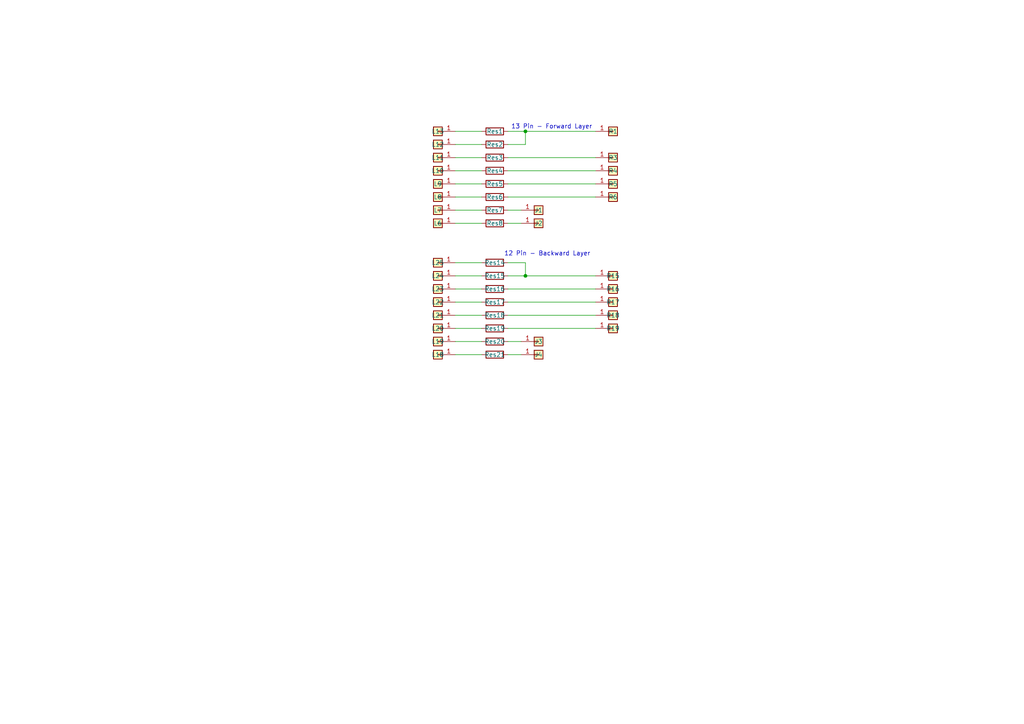
<source format=kicad_sch>
(kicad_sch (version 20250114) (generator "eeschema") (generator_version "9.0")
  (paper "A4")
  (lib_symbols
    (symbol "Connector_Generic:Conn_01x01" (pin_names (offset 1.016) (hide yes))
      (property "Reference" "J" (at 0 2.54 0))
      (property "Value" "Conn_01x01" (at 0 -2.54 0))
      (symbol "Conn_01x01_1_1"
        (rectangle (start -1.27 1.27) (end 1.27 -1.27) (stroke (width 0.254)) (fill (type background)))
        (rectangle (start -1.27 0.127) (end 0 -0.127) (stroke (width 0.1524)))
        (pin passive line (at -5.08 0 0) (length 3.81) (name "Pin_1") (number "1"))
      )
    )
    (symbol "Device:R" (pin_numbers (hide yes)) (pin_names (offset 0))
      (property "Reference" "R" (at 2.032 0 90))
      (property "Value" "R" (at 0 0 90))
      (symbol "R_0_1"
        (rectangle (start -1.016 -2.54) (end 1.016 2.54) (stroke (width 0.254)))
      )
      (symbol "R_1_1"
        (pin passive line (at 0 3.81 270) (length 1.27) (name "~") (number "1"))
        (pin passive line (at 0 -3.81 90) (length 1.27) (name "~") (number "2"))
      )
    )
  )
  (text "12 Pin - Backward Layer" (at 158.75 73.66 0) (effects (font (size 1.27 1.27))))
  (text "13 Pin - Forward Layer" (at 160.02 36.83 0) (effects (font (size 1.27 1.27))))
  (junction (at 152.4 80.01))
  (junction (at 152.4 38.1))
  (wire (pts (xy 147.32 87.63) (xy 172.72 87.63)))
  (wire (pts (xy 152.4 80.01) (xy 152.4 76.2)))
  (wire (pts (xy 132.08 41.91) (xy 139.7 41.91)))
  (wire (pts (xy 132.08 91.44) (xy 139.7 91.44)))
  (wire (pts (xy 152.4 80.01) (xy 172.72 80.01)))
  (wire (pts (xy 147.32 99.06) (xy 151.13 99.06)))
  (wire (pts (xy 132.08 95.25) (xy 139.7 95.25)))
  (wire (pts (xy 147.32 41.91) (xy 152.4 41.91)))
  (wire (pts (xy 132.08 57.15) (xy 139.7 57.15)))
  (wire (pts (xy 147.32 64.77) (xy 151.13 64.77)))
  (wire (pts (xy 132.08 64.77) (xy 139.7 64.77)))
  (wire (pts (xy 132.08 45.72) (xy 139.7 45.72)))
  (wire (pts (xy 147.32 80.01) (xy 152.4 80.01)))
  (wire (pts (xy 132.08 38.1) (xy 139.7 38.1)))
  (wire (pts (xy 147.32 60.96) (xy 151.13 60.96)))
  (wire (pts (xy 147.32 95.25) (xy 172.72 95.25)))
  (wire (pts (xy 132.08 49.53) (xy 139.7 49.53)))
  (wire (pts (xy 147.32 102.87) (xy 151.13 102.87)))
  (wire (pts (xy 132.08 83.82) (xy 139.7 83.82)))
  (wire (pts (xy 132.08 99.06) (xy 139.7 99.06)))
  (wire (pts (xy 132.08 80.01) (xy 139.7 80.01)))
  (wire (pts (xy 132.08 102.87) (xy 139.7 102.87)))
  (wire (pts (xy 147.32 76.2) (xy 152.4 76.2)))
  (wire (pts (xy 132.08 53.34) (xy 139.7 53.34)))
  (wire (pts (xy 147.32 49.53) (xy 172.72 49.53)))
  (wire (pts (xy 147.32 83.82) (xy 172.72 83.82)))
  (wire (pts (xy 152.4 38.1) (xy 172.72 38.1)))
  (wire (pts (xy 147.32 53.34) (xy 172.72 53.34)))
  (wire (pts (xy 147.32 91.44) (xy 172.72 91.44)))
  (wire (pts (xy 147.32 45.72) (xy 172.72 45.72)))
  (wire (pts (xy 152.4 41.91) (xy 152.4 38.1)))
  (wire (pts (xy 132.08 60.96) (xy 139.7 60.96)))
  (wire (pts (xy 132.08 87.63) (xy 139.7 87.63)))
  (wire (pts (xy 147.32 57.15) (xy 172.72 57.15)))
  (wire (pts (xy 132.08 76.2) (xy 139.7 76.2)))
  (wire (pts (xy 147.32 38.1) (xy 152.4 38.1)))
  (symbol (lib_id "Connector_Generic:Conn_01x01") (at 156.21 102.87 0) (mirror x) (unit 1)
    (property "Reference" "J4" (at 156.21 102.87 0))
    (property "Value" "Conn_01x01" (effects (hide yes)))
    (property "Footprint" "0_gleblab-general:40mils-TH-wire" (effects (hide yes)))
    (property "Description" "Generic connector, single row, 01x01, script generated (kicad-library-utils/schlib/autogen/connector/)" (effects (hide yes)))
  )
  (symbol (lib_id "Connector_Generic:Conn_01x01") (at 127 53.34 180) (unit 1)
    (property "Reference" "L9" (at 127 53.34 0))
    (property "Value" "Conn_01x01" (effects (hide yes)))
    (property "Footprint" "0_gleblab-general:40mils-TH-wire" (effects (hide yes)))
    (property "Description" "Generic connector, single row, 01x01, script generated (kicad-library-utils/schlib/autogen/connector/)" (effects (hide yes)))
  )
  (symbol (lib_id "Device:R") (at 143.51 57.15 270) (unit 1)
    (property "Reference" "Res6" (at 143.51 57.15 90))
    (property "Footprint" "Resistor_SMD:R_0805_2012Metric_Pad1.20x1.40mm_HandSolder" (effects (hide yes)))
    (property "Description" "Resistor" (effects (hide yes)))
  )
  (symbol (lib_id "Connector_Generic:Conn_01x01") (at 177.8 45.72 0) (unit 1)
    (property "Reference" "R3" (at 177.8 45.72 0))
    (property "Value" "Conn_01x01" (effects (hide yes)))
    (property "Footprint" "0_gleblab-general:40mils-TH-wire" (effects (hide yes)))
    (property "Description" "Generic connector, single row, 01x01, script generated (kicad-library-utils/schlib/autogen/connector/)" (effects (hide yes)))
  )
  (symbol (lib_id "Connector_Generic:Conn_01x01") (at 177.8 38.1 0) (unit 1)
    (property "Reference" "R1" (at 177.8 38.1 0))
    (property "Value" "Conn_01x01" (effects (hide yes)))
    (property "Footprint" "0_gleblab-general:40mils-TH-wire" (effects (hide yes)))
    (property "Description" "Generic connector, single row, 01x01, script generated (kicad-library-utils/schlib/autogen/connector/)" (effects (hide yes)))
  )
  (symbol (lib_id "Connector_Generic:Conn_01x01") (at 127 95.25 180) (unit 1)
    (property "Reference" "L20" (at 127 95.25 0))
    (property "Value" "Conn_01x01" (effects (hide yes)))
    (property "Footprint" "0_gleblab-general:40mils-TH-wire" (effects (hide yes)))
    (property "Description" "Generic connector, single row, 01x01, script generated (kicad-library-utils/schlib/autogen/connector/)" (effects (hide yes)))
  )
  (symbol (lib_id "Connector_Generic:Conn_01x01") (at 177.8 95.25 0) (mirror x) (unit 1)
    (property "Reference" "R19" (at 177.8 95.25 0))
    (property "Value" "Conn_01x01" (effects (hide yes)))
    (property "Footprint" "0_gleblab-general:40mils-TH-wire" (effects (hide yes)))
    (property "Description" "Generic connector, single row, 01x01, script generated (kicad-library-utils/schlib/autogen/connector/)" (effects (hide yes)))
  )
  (symbol (lib_id "Connector_Generic:Conn_01x01") (at 127 83.82 180) (unit 1)
    (property "Reference" "L23" (at 127 83.82 0))
    (property "Value" "Conn_01x01" (effects (hide yes)))
    (property "Footprint" "0_gleblab-general:40mils-TH-wire" (effects (hide yes)))
    (property "Description" "Generic connector, single row, 01x01, script generated (kicad-library-utils/schlib/autogen/connector/)" (effects (hide yes)))
  )
  (symbol (lib_id "Connector_Generic:Conn_01x01") (at 156.21 60.96 0) (mirror x) (unit 1)
    (property "Reference" "J1" (at 156.21 60.96 0))
    (property "Value" "Conn_01x01" (effects (hide yes)))
    (property "Footprint" "0_gleblab-general:40mils-TH-wire" (effects (hide yes)))
    (property "Description" "Generic connector, single row, 01x01, script generated (kicad-library-utils/schlib/autogen/connector/)" (effects (hide yes)))
  )
  (symbol (lib_id "Device:R") (at 143.51 83.82 270) (unit 1)
    (property "Reference" "Res16" (at 143.51 83.82 90))
    (property "Footprint" "Resistor_SMD:R_0805_2012Metric_Pad1.20x1.40mm_HandSolder" (effects (hide yes)))
    (property "Description" "Resistor" (effects (hide yes)))
  )
  (symbol (lib_id "Connector_Generic:Conn_01x01") (at 127 87.63 180) (unit 1)
    (property "Reference" "L22" (at 127 87.63 0))
    (property "Value" "Conn_01x01" (effects (hide yes)))
    (property "Footprint" "0_gleblab-general:40mils-TH-wire" (effects (hide yes)))
    (property "Description" "Generic connector, single row, 01x01, script generated (kicad-library-utils/schlib/autogen/connector/)" (effects (hide yes)))
  )
  (symbol (lib_id "Connector_Generic:Conn_01x01") (at 177.8 87.63 0) (mirror x) (unit 1)
    (property "Reference" "R17" (at 177.8 87.63 0))
    (property "Value" "Conn_01x01" (effects (hide yes)))
    (property "Footprint" "0_gleblab-general:40mils-TH-wire" (effects (hide yes)))
    (property "Description" "Generic connector, single row, 01x01, script generated (kicad-library-utils/schlib/autogen/connector/)" (effects (hide yes)))
  )
  (symbol (lib_id "Device:R") (at 143.51 53.34 270) (unit 1)
    (property "Reference" "Res5" (at 143.51 53.34 90))
    (property "Footprint" "Resistor_SMD:R_0805_2012Metric_Pad1.20x1.40mm_HandSolder" (effects (hide yes)))
    (property "Description" "Resistor" (effects (hide yes)))
  )
  (symbol (lib_id "Device:R") (at 143.51 64.77 270) (unit 1)
    (property "Reference" "Res8" (at 143.51 64.77 90))
    (property "Footprint" "Resistor_SMD:R_0805_2012Metric_Pad1.20x1.40mm_HandSolder" (effects (hide yes)))
    (property "Description" "Resistor" (effects (hide yes)))
  )
  (symbol (lib_id "Device:R") (at 143.51 87.63 270) (unit 1)
    (property "Reference" "Res17" (at 143.51 87.63 90))
    (property "Footprint" "Resistor_SMD:R_0805_2012Metric_Pad1.20x1.40mm_HandSolder" (effects (hide yes)))
    (property "Description" "Resistor" (effects (hide yes)))
  )
  (symbol (lib_id "Connector_Generic:Conn_01x01") (at 177.8 80.01 0) (mirror x) (unit 1)
    (property "Reference" "R15" (at 177.8 80.01 0))
    (property "Value" "Conn_01x01" (effects (hide yes)))
    (property "Footprint" "0_gleblab-general:40mils-TH-wire" (effects (hide yes)))
    (property "Description" "Generic connector, single row, 01x01, script generated (kicad-library-utils/schlib/autogen/connector/)" (effects (hide yes)))
  )
  (symbol (lib_id "Connector_Generic:Conn_01x01") (at 127 57.15 180) (unit 1)
    (property "Reference" "L8" (at 127 57.15 0))
    (property "Value" "Conn_01x01" (effects (hide yes)))
    (property "Footprint" "0_gleblab-general:40mils-TH-wire" (effects (hide yes)))
    (property "Description" "Generic connector, single row, 01x01, script generated (kicad-library-utils/schlib/autogen/connector/)" (effects (hide yes)))
  )
  (symbol (lib_id "Connector_Generic:Conn_01x01") (at 156.21 99.06 0) (mirror x) (unit 1)
    (property "Reference" "J3" (at 156.21 99.06 0))
    (property "Value" "Conn_01x01" (effects (hide yes)))
    (property "Footprint" "0_gleblab-general:40mils-TH-wire" (effects (hide yes)))
    (property "Description" "Generic connector, single row, 01x01, script generated (kicad-library-utils/schlib/autogen/connector/)" (effects (hide yes)))
  )
  (symbol (lib_id "Device:R") (at 143.51 60.96 270) (unit 1)
    (property "Reference" "Res7" (at 143.51 60.96 90))
    (property "Footprint" "Resistor_SMD:R_0805_2012Metric_Pad1.20x1.40mm_HandSolder" (effects (hide yes)))
    (property "Description" "Resistor" (effects (hide yes)))
  )
  (symbol (lib_id "Connector_Generic:Conn_01x01") (at 127 99.06 180) (unit 1)
    (property "Reference" "L19" (at 127 99.06 0))
    (property "Value" "Conn_01x01" (effects (hide yes)))
    (property "Footprint" "0_gleblab-general:40mils-TH-wire" (effects (hide yes)))
    (property "Description" "Generic connector, single row, 01x01, script generated (kicad-library-utils/schlib/autogen/connector/)" (effects (hide yes)))
  )
  (symbol (lib_id "Device:R") (at 143.51 49.53 270) (unit 1)
    (property "Reference" "Res4" (at 143.51 49.53 90))
    (property "Footprint" "Resistor_SMD:R_0805_2012Metric_Pad1.20x1.40mm_HandSolder" (effects (hide yes)))
    (property "Description" "Resistor" (effects (hide yes)))
  )
  (symbol (lib_id "Device:R") (at 143.51 102.87 270) (unit 1)
    (property "Reference" "Res21" (at 143.51 102.87 90))
    (property "Footprint" "Resistor_SMD:R_0805_2012Metric_Pad1.20x1.40mm_HandSolder" (effects (hide yes)))
    (property "Description" "Resistor" (effects (hide yes)))
  )
  (symbol (lib_id "Device:R") (at 143.51 38.1 270) (unit 1)
    (property "Reference" "Res1" (at 143.51 38.1 90))
    (property "Footprint" "Resistor_SMD:R_0805_2012Metric_Pad1.20x1.40mm_HandSolder" (effects (hide yes)))
    (property "Description" "Resistor" (effects (hide yes)))
  )
  (symbol (lib_id "Connector_Generic:Conn_01x01") (at 156.21 64.77 0) (mirror x) (unit 1)
    (property "Reference" "J2" (at 156.21 64.77 0))
    (property "Value" "Conn_01x01" (effects (hide yes)))
    (property "Footprint" "0_gleblab-general:40mils-TH-wire" (effects (hide yes)))
    (property "Description" "Generic connector, single row, 01x01, script generated (kicad-library-utils/schlib/autogen/connector/)" (effects (hide yes)))
  )
  (symbol (lib_id "Device:R") (at 143.51 95.25 270) (unit 1)
    (property "Reference" "Res19" (at 143.51 95.25 90))
    (property "Footprint" "Resistor_SMD:R_0805_2012Metric_Pad1.20x1.40mm_HandSolder" (effects (hide yes)))
    (property "Description" "Resistor" (effects (hide yes)))
  )
  (symbol (lib_id "Connector_Generic:Conn_01x01") (at 177.8 57.15 0) (unit 1)
    (property "Reference" "R6" (at 177.8 57.15 0))
    (property "Value" "Conn_01x01" (effects (hide yes)))
    (property "Footprint" "0_gleblab-general:40mils-TH-wire" (effects (hide yes)))
    (property "Description" "Generic connector, single row, 01x01, script generated (kicad-library-utils/schlib/autogen/connector/)" (effects (hide yes)))
  )
  (symbol (lib_id "Device:R") (at 143.51 76.2 270) (unit 1)
    (property "Reference" "Res14" (at 143.51 76.2 90))
    (property "Footprint" "Resistor_SMD:R_0805_2012Metric_Pad1.20x1.40mm_HandSolder" (effects (hide yes)))
    (property "Description" "Resistor" (effects (hide yes)))
  )
  (symbol (lib_id "Device:R") (at 143.51 80.01 270) (unit 1)
    (property "Reference" "Res15" (at 143.51 80.01 90))
    (property "Footprint" "Resistor_SMD:R_0805_2012Metric_Pad1.20x1.40mm_HandSolder" (effects (hide yes)))
    (property "Description" "Resistor" (effects (hide yes)))
  )
  (symbol (lib_id "Connector_Generic:Conn_01x01") (at 127 76.2 180) (unit 1)
    (property "Reference" "L25" (at 127 76.2 0))
    (property "Value" "Conn_01x01" (effects (hide yes)))
    (property "Footprint" "0_gleblab-general:40mils-TH-wire" (effects (hide yes)))
    (property "Description" "Generic connector, single row, 01x01, script generated (kicad-library-utils/schlib/autogen/connector/)" (effects (hide yes)))
  )
  (symbol (lib_id "Connector_Generic:Conn_01x01") (at 177.8 53.34 0) (unit 1)
    (property "Reference" "R5" (at 177.8 53.34 0))
    (property "Value" "Conn_01x01" (effects (hide yes)))
    (property "Footprint" "0_gleblab-general:40mils-TH-wire" (effects (hide yes)))
    (property "Description" "Generic connector, single row, 01x01, script generated (kicad-library-utils/schlib/autogen/connector/)" (effects (hide yes)))
  )
  (symbol (lib_id "Connector_Generic:Conn_01x01") (at 127 80.01 180) (unit 1)
    (property "Reference" "L24" (at 127 80.01 0))
    (property "Value" "Conn_01x01" (effects (hide yes)))
    (property "Footprint" "0_gleblab-general:40mils-TH-wire" (effects (hide yes)))
    (property "Description" "Generic connector, single row, 01x01, script generated (kicad-library-utils/schlib/autogen/connector/)" (effects (hide yes)))
  )
  (symbol (lib_id "Connector_Generic:Conn_01x01") (at 177.8 49.53 0) (unit 1)
    (property "Reference" "R4" (at 177.8 49.53 0))
    (property "Value" "Conn_01x01" (effects (hide yes)))
    (property "Footprint" "0_gleblab-general:40mils-TH-wire" (effects (hide yes)))
    (property "Description" "Generic connector, single row, 01x01, script generated (kicad-library-utils/schlib/autogen/connector/)" (effects (hide yes)))
  )
  (symbol (lib_id "Connector_Generic:Conn_01x01") (at 127 41.91 180) (unit 1)
    (property "Reference" "L12" (at 127 41.91 0))
    (property "Value" "Conn_01x01" (effects (hide yes)))
    (property "Footprint" "0_gleblab-general:40mils-TH-wire" (effects (hide yes)))
    (property "Description" "Generic connector, single row, 01x01, script generated (kicad-library-utils/schlib/autogen/connector/)" (effects (hide yes)))
  )
  (symbol (lib_id "Device:R") (at 143.51 45.72 270) (unit 1)
    (property "Reference" "Res3" (at 143.51 45.72 90))
    (property "Footprint" "Resistor_SMD:R_0805_2012Metric_Pad1.20x1.40mm_HandSolder" (effects (hide yes)))
    (property "Description" "Resistor" (effects (hide yes)))
  )
  (symbol (lib_id "Connector_Generic:Conn_01x01") (at 127 64.77 180) (unit 1)
    (property "Reference" "L6" (at 127 64.77 0))
    (property "Value" "Conn_01x01" (effects (hide yes)))
    (property "Footprint" "0_gleblab-general:40mils-TH-wire" (effects (hide yes)))
    (property "Description" "Generic connector, single row, 01x01, script generated (kicad-library-utils/schlib/autogen/connector/)" (effects (hide yes)))
  )
  (symbol (lib_id "Connector_Generic:Conn_01x01") (at 127 45.72 180) (unit 1)
    (property "Reference" "L11" (at 127 45.72 0))
    (property "Value" "Conn_01x01" (effects (hide yes)))
    (property "Footprint" "0_gleblab-general:40mils-TH-wire" (effects (hide yes)))
    (property "Description" "Generic connector, single row, 01x01, script generated (kicad-library-utils/schlib/autogen/connector/)" (effects (hide yes)))
  )
  (symbol (lib_id "Connector_Generic:Conn_01x01") (at 127 91.44 180) (unit 1)
    (property "Reference" "L21" (at 127 91.44 0))
    (property "Value" "Conn_01x01" (effects (hide yes)))
    (property "Footprint" "0_gleblab-general:40mils-TH-wire" (effects (hide yes)))
    (property "Description" "Generic connector, single row, 01x01, script generated (kicad-library-utils/schlib/autogen/connector/)" (effects (hide yes)))
  )
  (symbol (lib_id "Connector_Generic:Conn_01x01") (at 177.8 91.44 0) (mirror x) (unit 1)
    (property "Reference" "R18" (at 177.8 91.44 0))
    (property "Value" "Conn_01x01" (effects (hide yes)))
    (property "Footprint" "0_gleblab-general:40mils-TH-wire" (effects (hide yes)))
    (property "Description" "Generic connector, single row, 01x01, script generated (kicad-library-utils/schlib/autogen/connector/)" (effects (hide yes)))
  )
  (symbol (lib_id "Device:R") (at 143.51 91.44 270) (unit 1)
    (property "Reference" "Res18" (at 143.51 91.44 90))
    (property "Footprint" "Resistor_SMD:R_0805_2012Metric_Pad1.20x1.40mm_HandSolder" (effects (hide yes)))
    (property "Description" "Resistor" (effects (hide yes)))
  )
  (symbol (lib_id "Connector_Generic:Conn_01x01") (at 127 60.96 180) (unit 1)
    (property "Reference" "L7" (at 127 60.96 0))
    (property "Value" "Conn_01x01" (effects (hide yes)))
    (property "Footprint" "0_gleblab-general:40mils-TH-wire" (effects (hide yes)))
    (property "Description" "Generic connector, single row, 01x01, script generated (kicad-library-utils/schlib/autogen/connector/)" (effects (hide yes)))
  )
  (symbol (lib_id "Connector_Generic:Conn_01x01") (at 127 38.1 180) (unit 1)
    (property "Reference" "L13" (at 127 38.1 0))
    (property "Value" "Conn_01x01" (effects (hide yes)))
    (property "Footprint" "0_gleblab-general:40mils-TH-wire" (effects (hide yes)))
    (property "Description" "Generic connector, single row, 01x01, script generated (kicad-library-utils/schlib/autogen/connector/)" (effects (hide yes)))
  )
  (symbol (lib_id "Connector_Generic:Conn_01x01") (at 127 102.87 180) (unit 1)
    (property "Reference" "L18" (at 127 102.87 0))
    (property "Value" "Conn_01x01" (effects (hide yes)))
    (property "Footprint" "0_gleblab-general:40mils-TH-wire" (effects (hide yes)))
    (property "Description" "Generic connector, single row, 01x01, script generated (kicad-library-utils/schlib/autogen/connector/)" (effects (hide yes)))
  )
  (symbol (lib_id "Device:R") (at 143.51 99.06 270) (unit 1)
    (property "Reference" "Res20" (at 143.51 99.06 90))
    (property "Footprint" "Resistor_SMD:R_0805_2012Metric_Pad1.20x1.40mm_HandSolder" (effects (hide yes)))
    (property "Description" "Resistor" (effects (hide yes)))
  )
  (symbol (lib_id "Device:R") (at 143.51 41.91 270) (unit 1)
    (property "Reference" "Res2" (at 143.51 41.91 90))
    (property "Footprint" "Resistor_SMD:R_0805_2012Metric_Pad1.20x1.40mm_HandSolder" (effects (hide yes)))
    (property "Description" "Resistor" (effects (hide yes)))
  )
  (symbol (lib_id "Connector_Generic:Conn_01x01") (at 127 49.53 180) (unit 1)
    (property "Reference" "L10" (at 127 49.53 0))
    (property "Value" "Conn_01x01" (effects (hide yes)))
    (property "Footprint" "0_gleblab-general:40mils-TH-wire" (effects (hide yes)))
    (property "Description" "Generic connector, single row, 01x01, script generated (kicad-library-utils/schlib/autogen/connector/)" (effects (hide yes)))
  )
  (symbol (lib_id "Connector_Generic:Conn_01x01") (at 177.8 83.82 0) (mirror x) (unit 1)
    (property "Reference" "R16" (at 177.8 83.82 0))
    (property "Value" "Conn_01x01" (effects (hide yes)))
    (property "Footprint" "0_gleblab-general:40mils-TH-wire" (effects (hide yes)))
    (property "Description" "Generic connector, single row, 01x01, script generated (kicad-library-utils/schlib/autogen/connector/)" (effects (hide yes)))
  )
)
</source>
